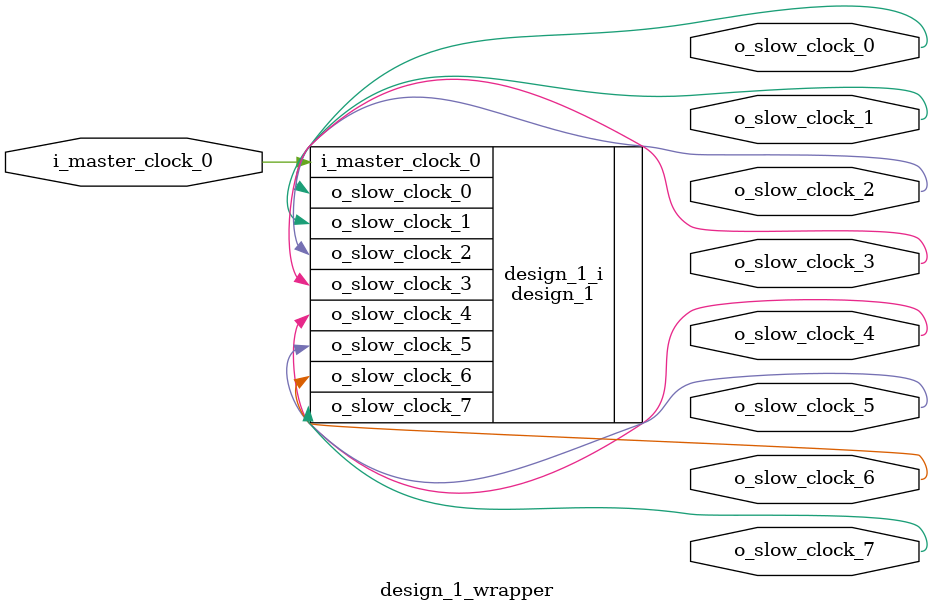
<source format=v>
`timescale 1 ps / 1 ps

module design_1_wrapper
   (i_master_clock_0,
    o_slow_clock_0,
    o_slow_clock_1,
    o_slow_clock_2,
    o_slow_clock_3,
    o_slow_clock_4,
    o_slow_clock_5,
    o_slow_clock_6,
    o_slow_clock_7);
  input i_master_clock_0;
  output o_slow_clock_0;
  output o_slow_clock_1;
  output o_slow_clock_2;
  output o_slow_clock_3;
  output o_slow_clock_4;
  output o_slow_clock_5;
  output o_slow_clock_6;
  output o_slow_clock_7;

  wire i_master_clock_0;
  wire o_slow_clock_0;
  wire o_slow_clock_1;
  wire o_slow_clock_2;
  wire o_slow_clock_3;
  wire o_slow_clock_4;
  wire o_slow_clock_5;
  wire o_slow_clock_6;
  wire o_slow_clock_7;

  design_1 design_1_i
       (.i_master_clock_0(i_master_clock_0),
        .o_slow_clock_0(o_slow_clock_0),
        .o_slow_clock_1(o_slow_clock_1),
        .o_slow_clock_2(o_slow_clock_2),
        .o_slow_clock_3(o_slow_clock_3),
        .o_slow_clock_4(o_slow_clock_4),
        .o_slow_clock_5(o_slow_clock_5),
        .o_slow_clock_6(o_slow_clock_6),
        .o_slow_clock_7(o_slow_clock_7));
endmodule

</source>
